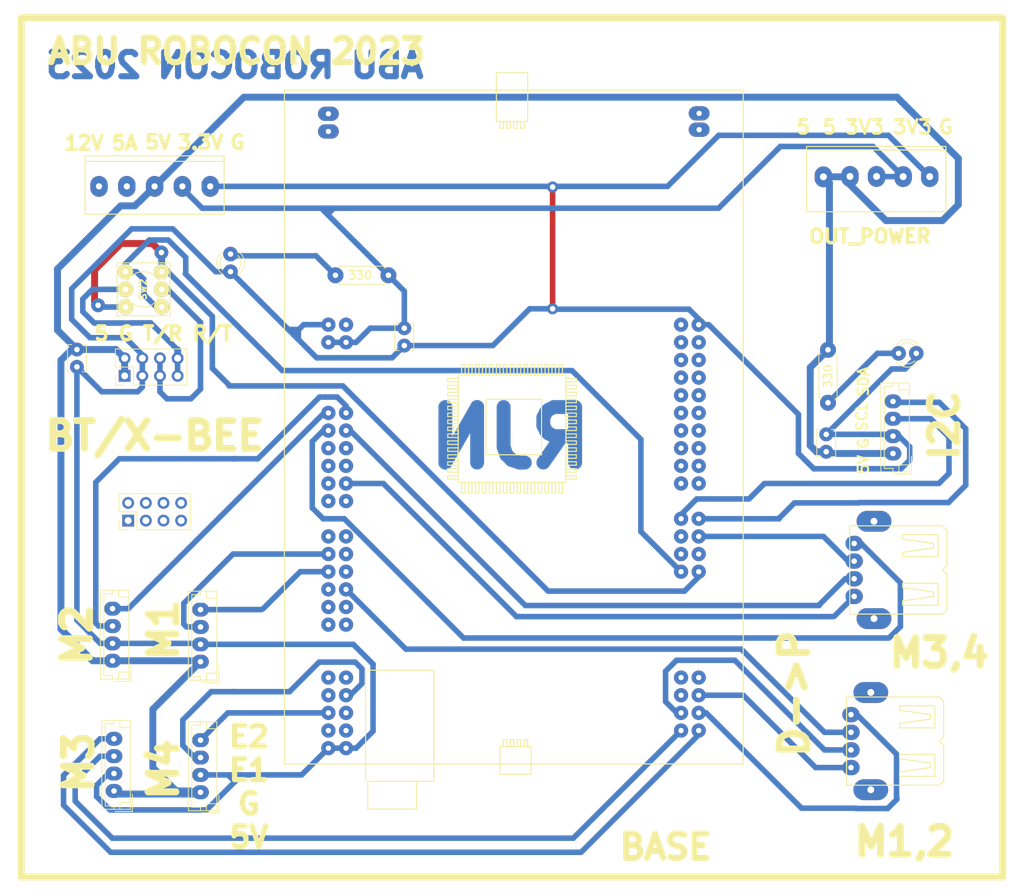
<source format=kicad_pcb>
(kicad_pcb (version 20211014) (generator pcbnew)
  (layers (0 "F.Cu" signal) (31 "B.Cu" signal) (34 "B.Paste" user) (35 "F.Paste" user) (36 "B.SilkS" user "B.Silkscreen") (37 "F.SilkS" user "F.Silkscreen") (38 "B.Mask" user) (39 "F.Mask" user) (44 "Edge.Cuts" user))
  (net 0 "")
  (net 1 "Motor_1_Pwm")
  (net 2 "Motor_3_Pwm")
  (net 3 "Motor_2_Pwm")
  (net 4 "Motor_4_Pwm")
  (net 7 "Motor_1_Enc_1")
  (net 8 "Motor_2_Enc_1")
  (net 9 "Motor_3_Enc_1")
  (net 10 "Motor_4_Enc_1")
  (net 13 "Motor_1_Enc_2")
  (net 14 "Motor_2_Enc_2")
  (net 15 "Motor_3_Enc_2")
  (net 16 "Motor_4_Enc_2")
  (net 17 "TX")
  (net 18 "RX")
  (net 19 "GND")
  (net 20 "3.3V")
  (net 21 "5V")
  (net 22 "5A")
  (net 23 "12V")
  (net 56 "Net-(D2-Pad1)")
  (net 57 "Net-(D3-Pad1)")
  (net 59 "M1D")
  (net 60 "M2D")
  (net 61 "M3D")
  (net 62 "M4D")
  (net 68 "SCL")
  (net 69 "SDA")
  (net 70 "Net-(J1-Pad1)")
  (net 71 "Net-(J1-Pad2)")
  (footprint "MountingHole:MountingHole_3mm" (layer "F.Cu") (at 143.51 80.264)
    (fp_text reference "H5" hide)
    (fp_text value "MountingHole")
  )
  (footprint "modfiles:Capacitor_Disc_Small" (layer "F.Cu") (at 87.884 84.328 -90)
    (fp_text reference "C1" hide)
    (fp_text value "104nF" hide)
  )
  (footprint "modfiles:jst_4" (layer "F.Cu") (at 45.90927 132.2 90)
    (fp_text reference "M2" hide)
    (fp_text value "Conn_01x04_Female" hide)
  )
  (footprint "Connector_PinHeader_2.54mm:PinHeader_2x04_P2.54mm_Vertical" (layer "F.Cu") (at 48.15927 112.019 90)
    (fp_text reference "J3" hide)
    (fp_text value "Conn_01x01_Female" hide)
  )
  (footprint "modfiles:STM32F407_Discovery" (layer "F.Cu") (at 103.632 98.552)
    (fp_text reference "S1" hide)
    (fp_text value "STM32F407_Discovery" hide)
  )
  (footprint "MountingHole:MountingHole_3mm" (layer "F.Cu") (at 67.056 111.506)
    (fp_text reference "H6" hide)
    (fp_text value "MountingHole")
  )
  (footprint "modfiles:jst_4" (layer "F.Cu") (at 46.11727 150.936 90)
    (fp_text reference "M3" hide)
    (fp_text value "Conn_01x04_Female" hide)
  )
  (footprint "MountingHole:MountingHole_3mm" (layer "F.Cu") (at 39.37 157.734)
    (fp_text reference "H2" hide)
    (fp_text value "MountingHole")
  )
  (footprint "MountingHole:MountingHole_3mm" (layer "F.Cu") (at 144.272 158.242)
    (fp_text reference "H8" hide)
    (fp_text value "MountingHole")
  )
  (footprint "modfiles:Connector_USB" (layer "F.Cu") (at 158.496 143.764 -90)
    (fp_text reference "J4" hide)
    (fp_text value "M1,2")
  )
  (footprint "Connector_PinHeader_2.54mm:PinHeader_2x04_P2.54mm_Vertical" (layer "F.Cu") (at 47.65127 91.191 90)
    (fp_text reference "J1" hide)
    (fp_text value "Conn_01x04" hide)
  )
  (footprint "modfiles:JST_5_BIG" (layer "F.Cu") (at 150.825 62.484)
    (fp_text reference "J2" hide)
    (fp_text value "Output_Supply" hide)
  )
  (footprint "modfiles:DIP_Switch" (layer "F.Cu") (at 50.43527 78.74 -90)
    (fp_text reference "SW2")
    (fp_text value "SW_SPDT" hide)
  )
  (footprint "modfiles:Capacitor_Disc_Small" (layer "F.Cu") (at 40.78327 87.396 -90)
    (fp_text reference "C3" hide)
    (fp_text value "104nF" hide)
  )
  (footprint "modfiles:LED_D3.0mm" (layer "F.Cu") (at 62.88127 73.655 -90)
    (fp_text reference "D2" hide)
    (fp_text value "LED" hide)
  )
  (footprint "modfiles:Capacitor_Disc_Small" (layer "F.Cu") (at 148.585 102.108 90)
    (fp_text reference "C2" hide)
    (fp_text value "104nF" hide)
  )
  (footprint "modfiles:jst_4" (layer "F.Cu") (at 58.56327 132.334 90)
    (fp_text reference "M1" hide)
    (fp_text value "Conn_01x04_Female" hide)
  )
  (footprint "modfiles:Connector_USB" (layer "F.Cu") (at 158.953 119.126 -90)
    (fp_text reference "J5" hide)
    (fp_text value "M3,4")
  )
  (footprint "modfiles:new_5_jst_bournier" (layer "F.Cu") (at 46.95927 63.914)
    (fp_text reference "POW_SPLY1" hide)
    (fp_text value "Conn_01x05" hide)
  )
  (footprint "modfiles:jst_4" (layer "F.Cu") (at 158.191 102.362 90)
    (fp_text reference "IMU1" hide)
    (fp_text value "Conn_01x04")
  )
  (footprint "modfiles:jst_4" (layer "F.Cu") (at 58.56327 151.13 90)
    (fp_text reference "M4" hide)
    (fp_text value "Conn_01x04_Female" hide)
  )
  (footprint "MountingHole:MountingHole_3mm" (layer "F.Cu") (at 168.148 44.958)
    (fp_text reference "H1" hide)
    (fp_text value "MountingHole")
  )
  (footprint "MountingHole:MountingHole_3mm" (layer "F.Cu") (at 78.232 151.384)
    (fp_text reference "H4" hide)
    (fp_text value "MountingHole")
  )
  (footprint "modfiles:Resistor_small" (layer "F.Cu") (at 85.598 76.708 180)
    (fp_text reference "S1I1" hide)
    (fp_text value "330")
  )
  (footprint "MountingHole:MountingHole_3mm" (layer "F.Cu") (at 86.106 55.626)
    (fp_text reference "H3" hide)
    (fp_text value "MountingHole")
  )
  (footprint "modfiles:LED_D3.0mm" (layer "F.Cu") (at 158.999 87.944)
    (fp_text reference "D3" hide)
    (fp_text value "LED" hide)
  )
  (footprint "modfiles:Resistor_small" (layer "F.Cu") (at 148.839 87.436 -90)
    (fp_text reference "MPU1" hide)
    (fp_text value "330")
  )
  (footprint "MountingHole:MountingHole_3mm" (layer "F.Cu") (at 37.592 68.834)
    (fp_text reference "H7" hide)
    (fp_text value "MountingHole")
  )
  (gr_rect (start 32.766 39.624) (end 173.99 163.322) (layer "F.SilkS") (width 1) (fill none))
  (gr_text "RJN" (at 103.124 100.076) (layer "B.Cu") (effects (font (size 8 8) (thickness 2)) (justify mirror)))
  (gr_text "ABU ROBOCON 2023\n" (at 63.5 46.482) (layer "B.Cu") (effects (font (size 3.5 3.5) (thickness 0.875)) (justify mirror)))
  (gr_text "G" (at 165.811 55.372) (layer "F.SilkS") (effects (font (size 2 2) (thickness 0.4))))
  (gr_text "I2C" (at 165.608 98.298 -270) (layer "F.SilkS") (effects (font (size 4 4) (thickness 1))))
  (gr_text "ABU ROBOCON 2023\n" (at 63.754 44.45) (layer "F.SilkS") (effects (font (size 3.5 3.5) (thickness 0.875))))
  (gr_text "5V" (at 52.46727 57.584) (layer "F.SilkS") (effects (font (size 2 2) (thickness 0.5))))
  (gr_text "5V" (at 153.924 103.946 90) (layer "F.SilkS") (effects (font (size 1.5 1.5) (thickness 0.3))))
  (gr_text "D->P\n" (at 144.018 136.906 90) (layer "F.SilkS") (effects (font (size 4 4) (thickness 1))))
  (gr_text "G" (at 63.89727 57.584) (layer "F.SilkS") (effects (font (size 2 2) (thickness 0.5))))
  (gr_text "BASE" (at 125.476 159.004) (layer "F.SilkS") (effects (font (size 3.5 3.5) (thickness 0.875))))
  (gr_text "5 G T/R R/T" (at 53.22927 85.09) (layer "F.SilkS") (effects (font (size 2 2) (thickness 0.5))))
  (gr_text "3V3\n" (at 160.985 55.372) (layer "F.SilkS") (effects (font (size 2 2) (thickness 0.4))))
  (gr_text "5" (at 145.288 55.372) (layer "F.SilkS") (effects (font (size 2 2) (thickness 0.4))))
  (gr_text "3.3V" (at 58.56327 57.584) (layer "F.SilkS") (effects (font (size 2 2) (thickness 0.5))))
  (gr_text "3V3\n" (at 154.127 55.372) (layer "F.SilkS") (effects (font (size 2 2) (thickness 0.4))))
  (gr_text "OUT_POWER" (at 154.889 71.12) (layer "F.SilkS") (effects (font (size 2 2) (thickness 0.5))))
  (gr_text "12V" (at 41.79927 57.658) (layer "F.SilkS") (effects (font (size 2 2) (thickness 0.5))))
  (gr_text "5\n" (at 149.047 55.372) (layer "F.SilkS") (effects (font (size 2 2) (thickness 0.4))))
  (gr_text "SCL\n\n" (at 154.94 97.088 90) (layer "F.SilkS") (effects (font (size 1.5 1.5) (thickness 0.3))))
  (gr_text "E2\nE1\nG\n5V\n" (at 65.532 150.368) (layer "F.SilkS") (effects (font (size 3 3) (thickness 0.75))))
  (gr_text "BT/X-BEE\n" (at 51.95927 99.822) (layer "F.SilkS") (effects (font (size 4 4) (thickness 1))))
  (gr_text "SDA\n" (at 153.924 92.008 90) (layer "F.SilkS") (effects (font (size 1.5 1.5) (thickness 0.3))))
  (gr_text "G" (at 153.924 100.898 90) (layer "F.SilkS") (effects (font (size 1.5 1.5) (thickness 0.3))))
  (gr_text "5A\n" (at 47.64127 57.658) (layer "F.SilkS") (effects (font (size 2 2) (thickness 0.5))))
  (segment (start 127.091874 139.7) (end 125.4735 138.081626) (width 0.8) (layer "B.Cu") (net 1))
  (segment (start 125.4735 133.698374) (end 127.045874 132.126) (width 0.8) (layer "B.Cu") (net 1))
  (segment (start 148.336 145.034) (end 152.146 145.034) (width 0.8) (layer "B.Cu") (net 1))
  (segment (start 127.045874 132.126) (end 135.428 132.126) (width 0.8) (layer "B.Cu") (net 1))
  (segment (start 135.428 132.126) (end 148.336 145.034) (width 0.8) (layer "B.Cu") (net 1))
  (segment (start 127.6985 139.7) (end 127.091874 139.7) (width 0.8) (layer "B.Cu") (net 1))
  (segment (start 125.4735 138.081626) (end 125.4735 133.698374) (width 0.8) (layer "B.Cu") (net 1))
  (segment (start 80.108626 99.06) (end 105.293626 124.245) (width 0.8) (layer "B.Cu") (net 2))
  (segment (start 147.484 124.245) (end 151.333 120.396) (width 0.8) (layer "B.Cu") (net 2))
  (segment (start 79.502 99.06) (end 80.108626 99.06) (width 0.8) (layer "B.Cu") (net 2))
  (segment (start 151.333 120.396) (end 152.603 120.396) (width 0.8) (layer "B.Cu") (net 2))
  (segment (start 105.293626 124.245) (end 147.574 124.245) (width 0.8) (layer "B.Cu") (net 2))
  (segment (start 152.877623 153.464) (end 157.432 153.464) (width 0.8) (layer "B.Cu") (net 3))
  (segment (start 145.034 153.416) (end 152.908 153.416) (width 0.8) (layer "B.Cu") (net 3))
  (segment (start 158.696 151.882377) (end 158.696 145.641309) (width 0.8) (layer "B.Cu") (net 3))
  (segment (start 157.432 153.464) (end 158.75 152.146) (width 0.8) (layer "B.Cu") (net 3))
  (segment (start 131.318 139.7) (end 145.034 153.416) (width 0.8) (layer "B.Cu") (net 3))
  (segment (start 158.75 152.146) (end 158.75 151.892) (width 0.8) (layer "B.Cu") (net 3))
  (segment (start 153.008691 139.954) (end 152.146 139.954) (width 0.8) (layer "B.Cu") (net 3))
  (segment (start 158.696 145.641309) (end 153.008691 139.954) (width 0.8) (layer "B.Cu") (net 3))
  (segment (start 130.2385 139.7) (end 131.318 139.7) (width 0.8) (layer "B.Cu") (net 3))
  (segment (start 79.248 111.76) (end 91.44 123.952) (width 0.8) (layer "B.Cu") (net 4))
  (segment (start 76.213953 111.76) (end 79.248 111.76) (width 0.8) (layer "B.Cu") (net 4))
  (segment (start 159.253 127.285798) (end 157.612798 128.926) (width 0.8) (layer "B.Cu") (net 4))
  (segment (start 74.637 100.636953) (end 74.637 110.183047) (width 0.8) (layer "B.Cu") (net 4))
  (segment (start 153.607113 115.316) (end 159.253 120.961887) (width 0.8) (layer "B.Cu") (net 4))
  (segment (start 152.603 115.316) (end 153.607113 115.316) (width 0.8) (layer "B.Cu") (net 4))
  (segment (start 159.253 120.961887) (end 159.253 127.285798) (width 0.8) (layer "B.Cu") (net 4))
  (segment (start 157.374 128.926) (end 96.414 128.926) (width 0.8) (layer "B.Cu") (net 4))
  (segment (start 74.637 110.183047) (end 76.213953 111.76) (width 0.8) (layer "B.Cu") (net 4))
  (segment (start 96.414 128.926) (end 91.186 123.698) (width 0.8) (layer "B.Cu") (net 4))
  (segment (start 76.962 99.06) (end 76.213953 99.06) (width 0.8) (layer "B.Cu") (net 4))
  (segment (start 76.213953 99.06) (end 74.637 100.636953) (width 0.8) (layer "B.Cu") (net 4))
  (segment (start 58.56327 127.334) (end 56.56327 127.334) (width 0.8) (layer "B.Cu") (net 7))
  (segment (start 56.56327 127.334) (end 56.16327 126.934) (width 0.8) (layer "B.Cu") (net 7))
  (segment (start 66.40473 116.84) (end 76.962 116.84) (width 0.8) (layer "B.Cu") (net 7))
  (segment (start 56.16327 123.92273) (end 63.246 116.84) (width 0.8) (layer "B.Cu") (net 7))
  (segment (start 63.246 116.84) (end 66.294 116.84) (width 0.8) (layer "B.Cu") (net 7))
  (segment (start 56.16327 126.934) (end 56.16327 123.92273) (width 0.8) (layer "B.Cu") (net 7))
  (segment (start 78.232 94.234) (end 79.502 95.504) (width 0.8) (layer "B.Cu") (net 8))
  (segment (start 43.90927 127.2) (end 43.49927 126.79) (width 0.8) (layer "B.Cu") (net 8))
  (segment (start 45.90927 127.2) (end 43.90927 127.2) (width 0.8) (layer "B.Cu") (net 8))
  (segment (start 66.802 103.124) (end 75.692 94.234) (width 0.8) (layer "B.Cu") (net 8))
  (segment (start 63.246 103.124) (end 66.802 103.124) (width 0.8) (layer "B.Cu") (net 8))
  (segment (start 75.692 94.234) (end 78.232 94.234) (width 0.8) (layer "B.Cu") (net 8))
  (segment (start 79.502 96.302283) (end 79.502 96.52) (width 0.25) (layer "B.Cu") (net 8))
  (segment (start 43.49927 106.504) (end 46.87927 103.124) (width 0.8) (layer "B.Cu") (net 8))
  (segment (start 46.87927 103.124) (end 63.64327 103.124) (width 0.8) (layer "B.Cu") (net 8))
  (segment (start 79.502 95.504) (end 79.502 96.52) (width 0.8) (layer "B.Cu") (net 8))
  (segment (start 43.49927 126.79) (end 43.49927 106.504) (width 0.8) (layer "B.Cu") (net 8))
  (segment (start 112.2045 157.734) (end 127.6985 142.24) (width 0.8) (layer "B.Cu") (net 9))
  (segment (start 44.11727 145.936) (end 40.52927 149.524) (width 0.8) (layer "B.Cu") (net 9))
  (segment (start 40.64 152.51073) (end 45.86327 157.734) (width 0.8) (layer "B.Cu") (net 9))
  (segment (start 40.64 152.4) (end 40.64 152.51073) (width 0.8) (layer "B.Cu") (net 9))
  (segment (start 45.86327 157.734) (end 112.2045 157.734) (width 0.8) (layer "B.Cu") (net 9))
  (segment (start 46.11727 145.936) (end 44.11727 145.936) (width 0.8) (layer "B.Cu") (net 9))
  (segment (start 117.2 152.7385) (end 127.6985 142.24) (width 0.25) (layer "B.Cu") (net 9))
  (segment (start 40.52927 149.524) (end 40.52927 152.4) (width 0.8) (layer "B.Cu") (net 9))
  (segment (start 81.788 133.35) (end 81.788 135.480626) (width 0.8) (layer "B.Cu") (net 10))
  (segment (start 58.22927 146.13) (end 58.05527 146.304) (width 0.8) (layer "B.Cu") (net 10))
  (segment (start 58.56327 146.13) (end 58.22927 146.13) (width 0.8) (layer "B.Cu") (net 10))
  (segment (start 57.926 146.304) (end 56.02327 144.40127) (width 0.8) (layer "B.Cu") (net 10))
  (segment (start 71.374 136.652) (end 75.631 132.395) (width 0.8) (layer "B.Cu") (net 10))
  (segment (start 80.833 132.395) (end 81.788 133.35) (width 0.8) (layer "B.Cu") (net 10))
  (segment (start 56.02327 140.716) (end 60.08727 136.652) (width 0.8) (layer "B.Cu") (net 10))
  (segment (start 75.631 132.395) (end 80.833 132.395) (width 0.8) (layer "B.Cu") (net 10))
  (segment (start 56.02327 144.40127) (end 56.02327 140.716) (width 0.8) (layer "B.Cu") (net 10))
  (segment (start 58.05527 146.304) (end 57.926 146.304) (width 0.8) (layer "B.Cu") (net 10))
  (segment (start 63.246 136.652) (end 71.374 136.652) (width 0.8) (layer "B.Cu") (net 10))
  (segment (start 81.788 135.480626) (end 80.108626 137.16) (width 0.8) (layer "B.Cu") (net 10))
  (segment (start 80.108626 137.16) (end 79.502 137.16) (width 0.8) (layer "B.Cu") (net 10))
  (segment (start 60.08727 136.652) (end 63.5 136.652) (width 0.8) (layer "B.Cu") (net 10))
  (segment (start 72.898 119.38) (end 76.962 119.38) (width 0.8) (layer "B.Cu") (net 13))
  (segment (start 58.56327 124.834) (end 67.33327 124.834) (width 0.8) (layer "B.Cu") (net 13))
  (segment (start 67.564 124.714) (end 72.898 119.38) (width 0.8) (layer "B.Cu") (net 13))
  (segment (start 49.68727 123.19) (end 48.17727 124.7) (width 0.8) (layer "B.Cu") (net 14))
  (segment (start 76.962 96.52) (end 76.349789 96.52) (width 0.8) (layer "B.Cu") (net 14))
  (segment (start 48.17727 124.7) (end 45.90927 124.7) (width 0.8) (layer "B.Cu") (net 14))
  (segment (start 76.349789 96.52) (end 49.53 123.339789) (width 0.8) (layer "B.Cu") (net 14))
  (segment (start 46.11727 143.436) (end 44.11727 143.436) (width 0.8) (layer "B.Cu") (net 15))
  (segment (start 130.2385 142.846626) (end 130.2385 142.24) (width 0.8) (layer "B.Cu") (net 15))
  (segment (start 44.11727 143.436) (end 38.862 148.69127) (width 0.8) (layer "B.Cu") (net 15))
  (segment (start 113.319126 159.766) (end 130.2385 142.846626) (width 0.8) (layer "B.Cu") (net 15))
  (segment (start 38.862 148.69127) (end 38.862 152.908) (width 0.8) (layer "B.Cu") (net 15))
  (segment (start 38.862 152.995472) (end 45.632528 159.766) (width 0.8) (layer "B.Cu") (net 15))
  (segment (start 45.632528 159.766) (end 113.319126 159.766) (width 0.8) (layer "B.Cu") (net 15))
  (segment (start 65.652 139.7) (end 76.962 139.7) (width 0.8) (layer "B.Cu") (net 16))
  (segment (start 62.49327 139.7) (end 65.532 139.7) (width 0.8) (layer "B.Cu") (net 16))
  (segment (start 58.56327 143.63) (end 62.49327 139.7) (width 0.8) (layer "B.Cu") (net 16))
  (segment (start 50.43527 79.502) (end 52.21327 81.28) (width 0.8) (layer "B.Cu") (net 17))
  (segment (start 127.6985 119.38) (end 121.92 113.6015) (width 0.8) (layer "B.Cu") (net 17))
  (segment (start 47.76827 76.2) (end 49.323904 76.2) (width 0.8) (layer "B.Cu") (net 17))
  (segment (start 52.21327 81.28) (end 52.97527 81.28) (width 0.8) (layer "B.Cu") (net 17))
  (segment (start 56.445042 76.547333) (end 56.445042 74.153136) (width 0.8) (layer "B.Cu") (net 17))
  (segment (start 56.445042 74.153136) (end 53.919906 71.628) (width 0.8) (layer "B.Cu") (net 17))
  (segment (start 49.323904 76.2) (end 50.43527 77.311366) (width 0.8) (layer "B.Cu") (net 17))
  (segment (start 51.19727 71.628) (end 47.76827 75.057) (width 0.8) (layer "B.Cu") (net 17))
  (segment (start 50.43527 77.311366) (end 50.43527 79.502) (width 0.8) (layer "B.Cu") (net 17))
  (segment (start 47.76827 75.057) (end 47.76827 76.2) (width 0.8) (layer "B.Cu") (net 17))
  (segment (start 56.388 76.490291) (end 56.388 76.454) (width 0.8) (layer "B.Cu") (net 17))
  (segment (start 70.321709 90.424) (end 56.388 76.490291) (width 0.8) (layer "B.Cu") (net 17))
  (segment (start 53.919906 71.628) (end 51.19727 71.628) (width 0.8) (layer "B.Cu") (net 17))
  (segment (start 112.014 90.424) (end 70.321709 90.424) (width 0.8) (layer "B.Cu") (net 17))
  (segment (start 121.92 100.33) (end 112.014 90.424) (width 0.8) (layer "B.Cu") (net 17))
  (segment (start 121.92 113.6015) (end 121.92 100.33) (width 0.8) (layer "B.Cu") (net 17))
  (segment (start 52.937149 73.4275) (end 51.645649 72.136) (width 1) (layer "F.Cu") (net 18))
  (segment (start 43.32327 80.518) (end 43.83127 81.026) (width 1) (layer "F.Cu") (net 18))
  (segment (start 43.32327 75.946) (end 43.32327 80.518) (width 1) (layer "F.Cu") (net 18))
  (segment (start 47.13327 72.136) (end 43.32327 75.946) (width 1) (layer "F.Cu") (net 18))
  (segment (start 51.645649 72.136) (end 47.13327 72.136) (width 1) (layer "F.Cu") (net 18))
  (via (at 43.83127 81.026) (size 2) (drill 0.8) (layers "F.Cu" "B.Cu") (net 18))
  (via (at 52.937149 73.4275) (size 2) (drill 0.8) (layers "F.Cu" "B.Cu") (net 18))
  (segment (start 60.26327 82.628303) (end 60.26327 90.092) (width 0.8) (layer "B.Cu") (net 18))
  (segment (start 62.662 92.634) (end 79.036164 92.634) (width 0.8) (layer "B.Cu") (net 18))
  (segment (start 52.97527 76.2) (end 52.97527 73.465621) (width 1) (layer "B.Cu") (net 18))
  (segment (start 44.08527 81.28) (end 43.83127 81.026) (width 0.8) (layer "B.Cu") (net 18))
  (segment (start 52.97527 73.465621) (end 52.937149 73.4275) (width 1) (layer "B.Cu") (net 18))
  (segment (start 108.576164 122.174) (end 128.192547 122.174) (width 0.8) (layer "B.Cu") (net 18))
  (segment (start 128.192547 122.174) (end 130.2385 120.128047) (width 0.8) (layer "B.Cu") (net 18))
  (segment (start 47.76827 81.28) (end 44.08527 81.28) (width 0.8) (layer "B.Cu") (net 18))
  (segment (start 52.97527 76.2) (end 53.834967 76.2) (width 1) (layer "B.Cu") (net 18))
  (segment (start 60.26327 90.092) (end 62.55127 92.38) (width 0.8) (layer "B.Cu") (net 18))
  (segment (start 53.834967 76.2) (end 60.26327 82.628303) (width 0.8) (layer "B.Cu") (net 18))
  (segment (start 79.036164 92.634) (end 108.576164 122.174) (width 0.8) (layer "B.Cu") (net 18))
  (segment (start 109.22 81.534) (end 109.22 64.008) (width 0.8) (layer "F.Cu") (net 19))
  (via (at 109.22 81.534) (size 1.6) (drill 0.8) (layers "F.Cu" "B.Cu") (net 19))
  (via (at 109.22 64.008) (size 1.6) (drill 0.8) (layers "F.Cu" "B.Cu") (net 19))
  (segment (start 45.306 148.436) (end 43.621006 150.120994) (width 0.8) (layer "B.Cu") (net 19))
  (segment (start 72.644 84.582) (end 71.956135 85.269865) (width 0.8) (layer "B.Cu") (net 19))
  (segment (start 40.78327 126.336742) (end 44.146528 129.7) (width 0.8) (layer "B.Cu") (net 19))
  (segment (start 40.03127 78.652) (end 40.03127 83.05527) (width 0.8) (layer "B.Cu") (net 19))
  (segment (start 83.388 132.687258) (end 80.534742 129.834) (width 0.8) (layer "B.Cu") (net 19))
  (segment (start 50.19127 88.15044) (end 50.19127 88.651) (width 0.8) (layer "B.Cu") (net 19))
  (segment (start 58.42927 129.7) (end 58.56327 129.834) (width 0.8) (layer "B.Cu") (net 19))
  (segment (start 63.5 149.606) (end 64.476 148.63) (width 0.8) (layer "B.Cu") (net 19))
  (segment (start 144.585 96.716932) (end 144.585 102.345) (width 0.8) (layer "B.Cu") (net 19))
  (segment (start 59.436 153.67) (end 63.5 149.606) (width 0.8) (layer "B.Cu") (net 19))
  (segment (start 62.698 148.804) (end 62.698 148.63) (width 0.8) (layer "B.Cu") (net 19))
  (segment (start 43.621006 150.120994) (end 43.621006 151.751006) (width 0.8) (layer "B.Cu") (net 19))
  (segment (start 160.591 101.409) (end 159.044 99.862) (width 0.8) (layer "B.Cu") (net 19))
  (segment (start 71.194135 84.507865) (end 72.569865 84.507865) (width 0.8) (layer "B.Cu") (net 19))
  (segment (start 43.621006 151.751006) (end 45.54 153.67) (width 0.8) (layer "B.Cu") (net 19))
  (segment (start 80.951568 144.78) (end 83.388 142.343568) (width 0.8) (layer "B.Cu") (net 19))
  (segment (start 161.539 88.585981) (end 159.930981 90.194) (width 0.8) (layer "B.Cu") (net 19))
  (segment (start 160.591 103.315) (end 160.591 101.409) (width 0.8) (layer "B.Cu") (net 19))
  (segment (start 58.56327 148.63) (end 62.698 148.63) (width 0.8) (layer "B.Cu") (net 19))
  (segment (start 50.19127 88.651) (end 50.19127 91.191) (width 0.8) (layer "B.Cu") (net 19))
  (segment (start 159.930981 90.194) (end 157.999 90.194) (width 0.8) (layer "B.Cu") (net 19))
  (segment (start 60.749648 76.195) (end 54.582648 70.028) (width 0.8) (layer "B.Cu") (net 19))
  (segment (start 130.2385 82.9945) (end 130.2385 83.82) (width 0.8) (layer "B.Cu") (net 19))
  (segment (start 63.5 149.606) (end 62.698 148.804) (width 0.8) (layer "B.Cu") (net 19))
  (segment (start 157.999 90.194) (end 148.585 99.608) (width 0.8) (layer "B.Cu") (net 19))
  (segment (start 72.569865 84.507865) (end 72.644 84.582) (width 0.8) (layer "B.Cu") (net 19))
  (segment (start 46.11727 148.436) (end 45.306 148.436) (width 0.8) (layer "B.Cu") (net 19))
  (segment (start 62.698 148.63) (end 73.112 148.63) (width 0.8) (layer "B.Cu") (net 19))
  (segment (start 75.27127 88.585) (end 86.127 88.585) (width 0.8) (layer "B.Cu") (net 19))
  (segment (start 62.88127 76.195) (end 60.749648 76.195) (width 0.8) (layer "B.Cu") (net 19))
  (segment (start 159.344 104.562) (end 160.591 103.315) (width 0.8) (layer "B.Cu") (net 19))
  (segment (start 49.53 93.472) (end 50.19127 92.81073) (width 0.8) (layer "B.Cu") (net 19))
  (segment (start 73.112 148.63) (end 76.962 144.78) (width 0.8) (layer "B.Cu") (net 19))
  (segment (start 128.839 81.595) (end 130.2385 82.9945) (width 0.8) (layer "B.Cu") (net 19))
  (segment (start 62.88127 76.195) (end 71.194135 84.507865) (width 0.8) (layer "B.Cu") (net 19))
  (segment (start 76.962 144.78) (end 79.502 144.78) (width 0.8) (layer "B.Cu") (net 19))
  (segment (start 105.918 81.534) (end 100.624 86.828) (width 0.8) (layer "B.Cu") (net 19))
  (segment (start 109.281 81.595) (end 128.839 81.595) (width 0.8) (layer "B.Cu") (net 19))
  (segment (start 42.672 85.696) (end 47.73683 85.696) (width 0.8) (layer "B.Cu") (net 19))
  (segment (start 100.624 86.828) (end 87.884 86.828) (width 0.8) (layer "B.Cu") (net 19))
  (segment (start 73.406 83.82) (end 72.644 84.582) (width 0.8) (layer "B.Cu") (net 19))
  (segment (start 76.962 83.82) (end 73.406 83.82) (width 0.8) (layer "B.Cu") (net 19))
  (segment (start 45.90927 129.7) (end 58.42927 129.7) (width 0.8) (layer "B.Cu") (net 19))
  (segment (start 71.956135 85.269865) (end 72.591135 85.904865) (width 0.8) (layer "B.Cu") (net 19))
  (segment (start 148.585 99.608) (end 157.937 99.608) (width 0.8) (layer "B.Cu") (net 19))
  (segment (start 59.95927 63.914) (end 125.762625 63.914) (width 0.8) (layer "B.Cu") (net 19))
  (segment (start 40.78327 89.896) (end 44.35927 93.472) (width 0.8) (layer "B.Cu") (net 19))
  (segment (start 50.19127 92.81073) (end 50.19127 91.191) (width 0.8) (layer "B.Cu") (net 19))
  (segment (start 130.2385 83.82) (end 131.688068 83.82) (width 0.8) (layer "B.Cu") (net 19))
  (segment (start 131.688068 83.82) (end 144.585 96.716932) (width 0.8) (layer "B.Cu") (net 19))
  (segment (start 72.591135 85.904865) (end 72.644 85.852) (width 0.8) (layer "B.Cu") (net 19))
  (segment (start 72.644 85.852) (end 72.644 84.582) (width 0.8) (layer "B.Cu") (net 19))
  (segment (start 146.802 104.562) (end 159.344 104.562) (width 0.8) (layer "B.Cu") (net 19))
  (segment (start 79.502 144.78) (end 80.951568 144.78) (width 0.8) (layer "B.Cu") (net 19))
  (segment (start 40.78327 89.896) (end 40.78327 126.336742) (width 0.8) (layer "B.Cu") (net 19))
  (segment (start 72.591135 85.904865) (end 75.27127 88.585) (width 0.8) (layer "B.Cu") (net 19))
  (segment (start 47.73683 85.696) (end 50.19127 88.15044) (width 0.8) (layer "B.Cu") (net 19))
  (segment (start 44.35927 93.472) (end 49.53 93.472) (width 0.8) (layer "B.Cu") (net 19))
  (segment (start 48.65527 70.028) (end 40.03127 78.652) (width 0.8) (layer "B.Cu") (net 19))
  (segment (start 80.534742 129.834) (end 58.56327 129.834) (width 0.8) (layer "B.Cu") (net 19))
  (segment (start 83.388 142.343568) (end 83.388 132.687258) (width 0.8) (layer "B.Cu") (net 19))
  (segment (start 159.044 99.862) (end 158.191 99.862) (width 0.8) (layer "B.Cu") (net 19))
  (segment (start 71.194135 84.507865) (end 71.956135 85.269865) (width 0.8) (layer "B.Cu") (net 19))
  (segment (start 45.54 153.67) (end 59.436 153.67) (width 0.8) (layer "B.Cu") (net 19))
  (segment (start 133.110625 56.566) (end 157.532 56.566) (width 0.8) (layer "B.Cu") (net 19))
  (segment (start 161.539 87.944) (end 161.539 88.585981) (width 0.8) (layer "B.Cu") (net 19))
  (segment (start 144.585 102.345) (end 146.802 104.562) (width 0.8) (layer "B.Cu") (net 19))
  (segment (start 109.22 81.534) (end 105.918 81.534) (width 0.8) (layer "B.Cu") (net 19))
  (segment (start 157.937 99.608) (end 158.191 99.862) (width 0.8) (layer "B.Cu") (net 19))
  (segment (start 109.22 81.534) (end 109.281 81.595) (width 0.8) (layer "B.Cu") (net 19))
  (segment (start 44.146528 129.7) (end 45.90927 129.7) (width 0.8) (layer "B.Cu") (net 19))
  (segment (start 40.03127 83.05527) (end 42.672 85.696) (width 0.8) (layer "B.Cu") (net 19))
  (segment (start 54.582648 70.028) (end 48.65527 70.028) (width 0.8) (layer "B.Cu") (net 19))
  (segment (start 125.762625 63.914) (end 133.110625 56.566) (width 0.8) (layer "B.Cu") (net 19))
  (segment (start 157.532 56.566) (end 163.475 62.509) (width 0.8) (layer "B.Cu") (net 19))
  (segment (start 86.127 88.585) (end 87.884 86.828) (width 0.8) (layer "B.Cu") (net 19))
  (segment (start 155.307 58.166) (end 159.65 62.509) (width 0.8) (layer "B.Cu") (net 20))
  (segment (start 87.884 84.328) (end 87.884 78.994) (width 0.8) (layer "B.Cu") (net 20))
  (segment (start 79.502 86.36) (end 80.951568 86.36) (width 0.8) (layer "B.Cu") (net 20))
  (segment (start 141.986 58.166) (end 155.307 58.166) (width 0.8) (layer "B.Cu") (net 20))
  (segment (start 77.724 67.056) (end 133.096 67.056) (width 0.8) (layer "B.Cu") (net 20))
  (segment (start 75.946 67.056) (end 76.708 67.818) (width 0.8) (layer "B.Cu") (net 20))
  (segment (start 80.951568 86.36) (end 82.983568 84.328) (width 0.8) (layer "B.Cu") (net 20))
  (segment (start 61.468 67.056) (end 75.946 67.056) (width 0.8) (layer "B.Cu") (net 20))
  (segment (start 141.478 58.674) (end 141.986 58.166) (width 0.8) (layer "B.Cu") (net 20))
  (segment (start 87.884 78.994) (end 85.598 76.708) (width 0.8) (layer "B.Cu") (net 20))
  (segment (start 75.946 67.056) (end 77.724 67.056) (width 0.8) (layer "B.Cu") (net 20))
  (segment (start 55.67527 63.914) (end 58.81727 67.056) (width 0.8) (layer "B.Cu") (net 20))
  (segment (start 76.962 67.818) (end 76.708 67.818) (width 0.8) (layer "B.Cu") (net 20))
  (segment (start 159.65 62.509) (end 155.85 62.509) (width 0.8) (layer "B.Cu") (net 20))
  (segment (start 133.096 67.056) (end 141.986 58.166) (width 0.8) (layer "B.Cu") (net 20))
  (segment (start 77.724 67.056) (end 76.962 67.818) (width 0.8) (layer "B.Cu") (net 20))
  (segment (start 55.95927 63.914) (end 55.67527 63.914) (width 0.8) (layer "B.Cu") (net 20))
  (segment (start 76.708 67.818) (end 85.598 76.708) (width 0.8) (layer "B.Cu") (net 20))
  (segment (start 82.983568 84.328) (end 87.884 84.328) (width 0.8) (layer "B.Cu") (net 20))
  (segment (start 76.962 86.36) (end 79.502 86.36) (width 0.8) (layer "B.Cu") (net 20))
  (segment (start 155.85 62.509) (end 155.825 62.484) (width 0.8) (layer "B.Cu") (net 20))
  (segment (start 58.81727 67.056) (end 61.468 67.056) (width 0.8) (layer "B.Cu") (net 20))
  (segment (start 158.7745 51.0785) (end 167.589 59.893) (width 1) (layer "B.Cu") (net 21))
  (segment (start 64.79477 51.0785) (end 158.7745 51.0785) (width 1) (layer "B.Cu") (net 21))
  (segment (start 167.589 66.548) (end 165.303 68.834) (width 1) (layer "B.Cu") (net 21))
  (segment (start 51.95927 63.914) (end 64.79477 51.0785) (width 1) (layer "B.Cu") (net 21))
  (segment (start 49.11 66.714) (end 47.078 66.714) (width 1) (layer "B.Cu") (net 21))
  (segment (start 149.047 63.406) (end 149.047 83.566) (width 1) (layer "B.Cu") (net 21))
  (segment (start 165.303 68.834) (end 157.175 68.834) (width 1) (layer "B.Cu") (net 21))
  (segment (start 58.42927 132.2) (end 58.56327 132.334) (width 1) (layer "B.Cu") (net 21))
  (segment (start 53.34 151.384) (end 58.30927 151.384) (width 1) (layer "B.Cu") (net 21))
  (segment (start 149.047 87.228) (end 148.839 87.436) (width 1) (layer "B.Cu") (net 21))
  (segment (start 148.839 102.362) (end 158.191 102.362) (width 1) (layer "B.Cu") (net 21))
  (segment (start 47.65127 88.651) (end 47.65127 91.191) (width 1) (layer "B.Cu") (net 21))
  (segment (start 152 63.659) (end 152 62.484) (width 1) (layer "B.Cu") (net 21))
  (segment (start 57.17327 150.93) (end 55.06127 150.93) (width 1) (layer "B.Cu") (net 21))
  (segment (start 149.047 83.566) (end 149.047 87.228) (width 1) (layer "B.Cu") (net 21))
  (segment (start 38.48327 88.943308) (end 40.030578 87.396) (width 1) (layer "B.Cu") (net 21))
  (segment (start 147.170787 102.108) (end 146.285 101.222213) (width 1) (layer "B.Cu") (net 21))
  (segment (start 148.585 102.108) (end 147.170787 102.108) (width 1) (layer "B.Cu") (net 21))
  (segment (start 46.11727 150.936) (end 46.56527 151.384) (width 1) (layer "B.Cu") (net 21))
  (segment (start 55.06127 150.93) (end 51.70527 147.574) (width 1) (layer "B.Cu") (net 21))
  (segment (start 53.34 151.13) (end 53.848 150.622) (width 1) (layer "B.Cu") (net 21))
  (segment (start 167.589 59.893) (end 167.589 66.548) (width 1) (layer "B.Cu") (net 21))
  (segment (start 51.70527 147.574) (end 51.70527 139.192) (width 1) (layer "B.Cu") (net 21))
  (segment (start 49.53 66.294) (end 49.11 66.714) (width 1) (layer "B.Cu") (net 21))
  (segment (start 157.175 68.834) (end 152 63.659) (width 1) (layer "B.Cu") (net 21))
  (segment (start 51.95927 63.914) (end 49.75327 66.12) (width 1) (layer "B.Cu") (net 21))
  (segment (start 45.90927 132.2) (end 58.42927 132.2) (width 1) (layer "B.Cu") (net 21))
  (segment (start 148.175 62.534) (end 151.95 62.534) (width 1) (layer "B.Cu") (net 21))
  (segment (start 37.98927 84.602) (end 40.78327 87.396) (width 1) (layer "B.Cu") (net 21))
  (segment (start 148.585 102.108) (end 148.839 102.362) (width 1) (layer "B.Cu") (net 21))
  (segment (start 148.585 102.108) (end 148.285 102.108) (width 1) (layer "B.Cu") (net 21))
  (segment (start 47.078 66.714) (end 37.98927 75.80273) (width 1) (layer "B.Cu") (net 21))
  (segment (start 146.285 101.222213) (end 146.285 89.99) (width 1) (layer "B.Cu") (net 21))
  (segment (start 40.78327 87.396) (end 46.39627 87.396) (width 1) (layer "B.Cu") (net 21))
  (segment (start 45.90927 132.2) (end 43.046 132.2) (width 1) (layer "B.Cu") (net 21))
  (segment (start 146.285 89.99) (end 148.839 87.436) (width 1) (layer "B.Cu") (net 21))
  (segment (start 38.48327 127.63727) (end 38.48327 88.943308) (width 1) (layer "B.Cu") (net 21))
  (segment (start 58.30927 151.384) (end 58.56327 151.13) (width 1) (layer "B.Cu") (net 21))
  (segment (start 43.046 132.2) (end 38.48327 127.63727) (width 1) (layer "B.Cu") (net 21))
  (segment (start 46.39627 87.396) (end 47.65127 88.651) (width 1) (layer "B.Cu") (net 21))
  (segment (start 51.70527 139.192) (end 58.56327 132.334) (width 1) (layer "B.Cu") (net 21))
  (segment (start 37.98927 75.80273) (end 37.98927 84.602) (width 1) (layer "B.Cu") (net 21))
  (segment (start 53.34 151.384) (end 53.34 151.13) (width 1) (layer "B.Cu") (net 21))
  (segment (start 151.95 62.534) (end 152 62.484) (width 1) (layer "B.Cu") (net 21))
  (segment (start 40.030578 87.396) (end 40.78327 87.396) (width 1) (layer "B.Cu") (net 21))
  (segment (start 46.56527 151.384) (end 53.34 151.384) (width 1) (layer "B.Cu") (net 21))
  (segment (start 148.175 62.534) (end 149.047 63.406) (width 1) (layer "B.Cu") (net 21))
  (segment (start 75.179 73.909) (end 63.13527 73.909) (width 0.8) (layer "B.Cu") (net 56))
  (segment (start 77.978 76.708) (end 75.179 73.909) (width 0.8) (layer "B.Cu") (net 56))
  (segment (start 63.13527 73.909) (end 62.88127 73.655) (width 0.8) (layer "B.Cu") (net 56))
  (segment (start 155.951 87.944) (end 158.999 87.944) (width 0.8) (layer "B.Cu") (net 57))
  (segment (start 148.839 95.056) (end 155.951 87.944) (width 0.8) (layer "B.Cu") (net 57))
  (segment (start 136.652 137.16) (end 147.066 147.574) (width 0.8) (layer "B.Cu") (net 59))
  (segment (start 147.066 147.574) (end 152.146 147.574) (width 0.8) (layer "B.Cu") (net 59))
  (segment (start 130.2385 137.16) (end 136.652 137.16) (width 0.8) (layer "B.Cu") (net 59))
  (segment (start 136.368 130.526) (end 148.336 142.494) (width 0.8) (layer "B.Cu") (net 60))
  (segment (start 88.108 130.526) (end 136.368 130.526) (width 0.8) (layer "B.Cu") (net 60))
  (segment (start 79.502 121.92) (end 88.108 130.526) (width 0.8) (layer "B.Cu") (net 60))
  (segment (start 148.336 142.494) (end 152.146 142.494) (width 0.8) (layer "B.Cu") (net 60))
  (segment (start 79.502 106.68) (end 84.859258 106.68) (width 0.8) (layer "B.Cu") (net 61))
  (segment (start 84.859258 106.68) (end 104.024258 125.845) (width 0.8) (layer "B.Cu") (net 61))
  (segment (start 149.694 125.845) (end 152.603 122.936) (width 0.8) (layer "B.Cu") (net 61))
  (segment (start 104.024258 125.845) (end 149.467 125.845) (width 0.8) (layer "B.Cu") (net 61))
  (segment (start 148.184309 114.3) (end 151.740309 117.856) (width 0.8) (layer "B.Cu") (net 62))
  (segment (start 130.2385 114.3) (end 148.082 114.3) (width 0.8) (layer "B.Cu") (net 62))
  (segment (start 151.740309 117.856) (end 152.603 117.856) (width 0.8) (layer "B.Cu") (net 62))
  (segment (start 127.6985 111.76) (end 127.6985 111.153374) (width 0.8) (layer "B.Cu") (net 68))
  (segment (start 139.7 106.68) (end 144.78 106.68) (width 0.8) (layer "B.Cu") (net 68))
  (segment (start 137.475 108.905) (end 139.7 106.68) (width 0.8) (layer "B.Cu") (net 68))
  (segment (start 129.946874 108.905) (end 137.475 108.905) (width 0.8) (layer "B.Cu") (net 68))
  (segment (start 144.983 106.68) (end 164.795 106.68) (width 0.8) (layer "B.Cu") (net 68))
  (segment (start 158.191 97.362) (end 163.605 97.362) (width 0.8) (layer "B.Cu") (net 68))
  (segment (start 164.795 106.68) (end 166.243 105.232) (width 0.8) (layer "B.Cu") (net 68))
  (segment (start 158.365 97.536) (end 158.191 97.362) (width 0.8) (layer "B.Cu") (net 68))
  (segment (start 163.605 97.362) (end 163.906 97.663) (width 0.8) (layer "B.Cu") (net 68))
  (segment (start 127.6985 111.153374) (end 129.946874 108.905) (width 0.8) (layer "B.Cu") (net 68))
  (segment (start 166.243 105.232) (end 166.243 100) (width 0.8) (layer "B.Cu") (net 68))
  (segment (start 166.243 100) (end 163.906 97.663) (width 0.8) (layer "B.Cu") (net 68))
  (segment (start 130.2385 111.76) (end 141.808 111.76) (width 0.8) (layer "B.Cu") (net 69))
  (segment (start 141.732 111.76) (end 144.018 109.474) (width 0.8) (layer "B.Cu") (net 69))
  (segment (start 153.334623 109.426) (end 166.164 109.426) (width 0.8) (layer "B.Cu") (net 69))
  (segment (start 164.846 94.996) (end 158.325 94.996) (width 0.8) (layer "B.Cu") (net 69))
  (segment (start 168.656 98.806) (end 164.846 94.996) (width 0.8) (layer "B.Cu") (net 69))
  (segment (start 158.325 94.996) (end 158.191 94.862) (width 0.8) (layer "B.Cu") (net 69))
  (segment (start 153.286623 109.474) (end 153.334623 109.426) (width 0.8) (layer "B.Cu") (net 69))
  (segment (start 144.018 109.474) (end 153.286623 109.474) (width 0.8) (layer "B.Cu") (net 69))
  (segment (start 168.656 106.934) (end 168.656 98.806) (width 0.8) (layer "B.Cu") (net 69))
  (segment (start 166.164 109.426) (end 168.656 106.934) (width 0.8) (layer "B.Cu") (net 69))
  (segment (start 52.97527 78.74) (end 53.829383 78.74) (width 1) (layer "B.Cu") (net 70))
  (segment (start 58.56327 83.473887) (end 58.56327 93.099836) (width 0.8) (layer "B.Cu") (net 70))
  (segment (start 52.73127 93.482) (end 52.73127 91.191) (width 0.8) (layer "B.Cu") (net 70))
  (segment (start 53.73727 94.488) (end 52.73127 93.482) (width 0.8) (layer "B.Cu") (net 70))
  (segment (start 53.829383 78.74) (end 58.56327 83.473887) (width 0.8) (layer "B.Cu") (net 70))
  (segment (start 57.175106 94.488) (end 53.73727 94.488) (width 0.8) (layer "B.Cu") (net 70))
  (segment (start 52.73127 88.651) (end 52.73127 91.191) (width 0.8) (layer "B.Cu") (net 70))
  (segment (start 58.56327 93.099836) (end 57.175106 94.488) (width 0.8) (layer "B.Cu") (net 70))
  (segment (start 48.720962 83.58) (end 43.274 83.58) (width 0.8) (layer "B.Cu") (net 71))
  (segment (start 43.006 78.74) (end 47.76827 78.74) (width 0.8) (layer "B.Cu") (net 71))
  (segment (start 55.27127 91.191) (end 55.27127 88.651) (width 0.8) (layer "B.Cu") (net 71))
  (segment (start 55.27127 88.651) (end 55.27127 87.448919) (width 1) (layer "B.Cu") (net 71))
  (segment (start 43.274 83.58) (end 41.63127 81.93727) (width 0.8) (layer "B.Cu") (net 71))
  (segment (start 55.27127 87.448919) (end 51.388351 83.566) (width 0.8) (layer "B.Cu") (net 71))
  (segment (start 41.63127 81.93727) (end 41.63127 80.11473) (width 0.8) (layer "B.Cu") (net 71))
  (segment (start 41.63127 80.11473) (end 43.006 78.74) (width 0.8) (layer "B.Cu") (net 71))
  (segment (start 48.734962 83.566) (end 48.720962 83.58) (width 0.8) (layer "B.Cu") (net 71))
  (segment (start 51.388351 83.566) (end 48.734962 83.566) (width 0.8) (layer "B.Cu") (net 71))
)
</source>
